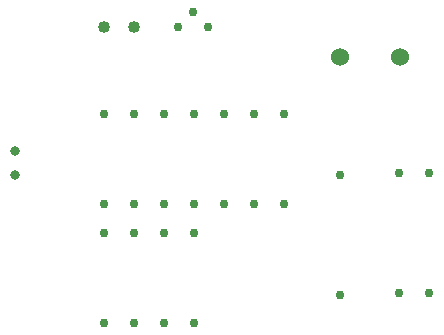
<source format=gbr>
G04 PROTEUS GERBER X2 FILE*
%TF.GenerationSoftware,Labcenter,Proteus,8.6-SP2-Build23525*%
%TF.CreationDate,2021-09-08T15:11:20+00:00*%
%TF.FileFunction,Plated,1,2,PTH*%
%TF.FilePolarity,Positive*%
%TF.Part,Single*%
%FSLAX45Y45*%
%MOMM*%
G01*
%TA.AperFunction,ComponentDrill*%
%ADD38C,0.812800*%
%ADD39C,1.016000*%
%TA.AperFunction,ComponentDrill*%
%ADD40C,0.762000*%
%TA.AperFunction,ComponentDrill*%
%ADD41C,1.524000*%
%TD.AperFunction*%
D38*
X+250000Y+2200000D03*
X+250000Y+2000000D03*
D39*
X+1000000Y+3250000D03*
X+1254000Y+3250000D03*
D40*
X+1623000Y+3250000D03*
X+1750000Y+3377000D03*
X+1877000Y+3250000D03*
X+1000000Y+750000D03*
X+1254000Y+750000D03*
X+1508000Y+750000D03*
X+1762000Y+750000D03*
X+1762000Y+1512000D03*
X+1508000Y+1512000D03*
X+1254000Y+1512000D03*
X+1000000Y+1512000D03*
X+1000000Y+1750000D03*
X+1254000Y+1750000D03*
X+1508000Y+1750000D03*
X+1762000Y+1750000D03*
X+2016000Y+1750000D03*
X+2270000Y+1750000D03*
X+2524000Y+1750000D03*
X+2524000Y+2512000D03*
X+2270000Y+2512000D03*
X+2016000Y+2512000D03*
X+1762000Y+2512000D03*
X+1508000Y+2512000D03*
X+1254000Y+2512000D03*
X+1000000Y+2512000D03*
D41*
X+3000000Y+3000000D03*
X+3508000Y+3000000D03*
D40*
X+3000000Y+2000000D03*
X+3000000Y+984000D03*
X+3500000Y+1000000D03*
X+3500000Y+2016000D03*
X+3750000Y+1000000D03*
X+3750000Y+2016000D03*
M02*

</source>
